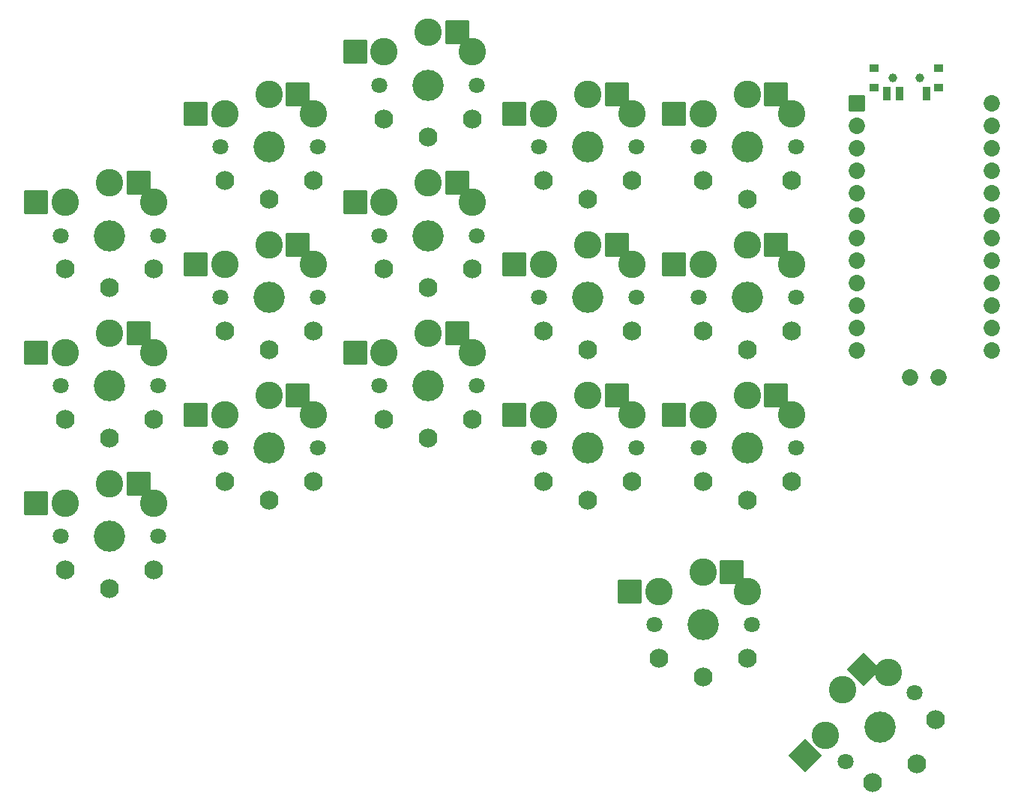
<source format=gbr>
%TF.GenerationSoftware,KiCad,Pcbnew,6.0.4*%
%TF.CreationDate,2022-04-03T20:08:53+02:00*%
%TF.ProjectId,lbd,6c62642e-6b69-4636-9164-5f7063625858,v1.0.0*%
%TF.SameCoordinates,Original*%
%TF.FileFunction,Soldermask,Top*%
%TF.FilePolarity,Negative*%
%FSLAX46Y46*%
G04 Gerber Fmt 4.6, Leading zero omitted, Abs format (unit mm)*
G04 Created by KiCad (PCBNEW 6.0.4) date 2022-04-03 20:08:53*
%MOMM*%
%LPD*%
G01*
G04 APERTURE LIST*
G04 Aperture macros list*
%AMRoundRect*
0 Rectangle with rounded corners*
0 $1 Rounding radius*
0 $2 $3 $4 $5 $6 $7 $8 $9 X,Y pos of 4 corners*
0 Add a 4 corners polygon primitive as box body*
4,1,4,$2,$3,$4,$5,$6,$7,$8,$9,$2,$3,0*
0 Add four circle primitives for the rounded corners*
1,1,$1+$1,$2,$3*
1,1,$1+$1,$4,$5*
1,1,$1+$1,$6,$7*
1,1,$1+$1,$8,$9*
0 Add four rect primitives between the rounded corners*
20,1,$1+$1,$2,$3,$4,$5,0*
20,1,$1+$1,$4,$5,$6,$7,0*
20,1,$1+$1,$6,$7,$8,$9,0*
20,1,$1+$1,$8,$9,$2,$3,0*%
G04 Aperture macros list end*
%ADD10C,1.852600*%
%ADD11C,3.529000*%
%ADD12C,1.801800*%
%ADD13C,2.132000*%
%ADD14C,3.100000*%
%ADD15RoundRect,0.050000X-1.300000X-1.300000X1.300000X-1.300000X1.300000X1.300000X-1.300000X1.300000X0*%
%ADD16RoundRect,0.050000X0.000000X-1.838478X1.838478X0.000000X0.000000X1.838478X-1.838478X0.000000X0*%
%ADD17RoundRect,0.050000X-0.500000X-0.400000X0.500000X-0.400000X0.500000X0.400000X-0.500000X0.400000X0*%
%ADD18C,1.000000*%
%ADD19RoundRect,0.050000X-0.350000X-0.750000X0.350000X-0.750000X0.350000X0.750000X-0.350000X0.750000X0*%
%ADD20RoundRect,0.050000X-0.876300X0.876300X-0.876300X-0.876300X0.876300X-0.876300X0.876300X0.876300X0*%
G04 APERTURE END LIST*
D10*
%TO.C,*%
X195470000Y-93850000D03*
X192230000Y-93850000D03*
%TD*%
D11*
%TO.C,S22*%
X155850000Y-84850000D03*
D12*
X150350000Y-84850000D03*
X161350000Y-84850000D03*
D13*
X160850000Y-88650000D03*
X150850000Y-88650000D03*
X155850000Y-90750000D03*
X155850000Y-90750000D03*
%TD*%
D12*
%TO.C,S30*%
X168350000Y-67850000D03*
X179350000Y-67850000D03*
D11*
X173850000Y-67850000D03*
D13*
X178850000Y-71650000D03*
X168850000Y-71650000D03*
X173850000Y-73750000D03*
X173850000Y-73750000D03*
%TD*%
D11*
%TO.C,S10*%
X119850000Y-84850000D03*
D12*
X125350000Y-84850000D03*
X114350000Y-84850000D03*
D13*
X114850000Y-88650000D03*
X124850000Y-88650000D03*
X119850000Y-90750000D03*
X119850000Y-90750000D03*
%TD*%
D11*
%TO.C,S6*%
X101850000Y-77850000D03*
D12*
X96350000Y-77850000D03*
X107350000Y-77850000D03*
D13*
X96850000Y-81650000D03*
X106850000Y-81650000D03*
X101850000Y-83750000D03*
X101850000Y-83750000D03*
%TD*%
D14*
%TO.C,S13*%
X137850000Y-88900000D03*
D12*
X143350000Y-94850000D03*
X132350000Y-94850000D03*
D14*
X137850000Y-88900000D03*
X132850000Y-91100000D03*
X142850000Y-91100000D03*
D11*
X137850000Y-94850000D03*
D15*
X141125000Y-88900000D03*
X129575000Y-91100000D03*
%TD*%
D12*
%TO.C,S31*%
X163350000Y-121850000D03*
D11*
X168850000Y-121850000D03*
D12*
X174350000Y-121850000D03*
D14*
X168850000Y-115900000D03*
X168850000Y-115900000D03*
X173850000Y-118100000D03*
X163850000Y-118100000D03*
D15*
X172125000Y-115900000D03*
X160575000Y-118100000D03*
%TD*%
D14*
%TO.C,S17*%
X132850000Y-57100000D03*
X137850000Y-54900000D03*
D11*
X137850000Y-60850000D03*
D14*
X142850000Y-57100000D03*
D12*
X132350000Y-60850000D03*
D14*
X137850000Y-54900000D03*
D12*
X143350000Y-60850000D03*
D15*
X141125000Y-54900000D03*
X129575000Y-57100000D03*
%TD*%
D11*
%TO.C,S33*%
X188874412Y-133437868D03*
D12*
X192763499Y-129548781D03*
D14*
X184667127Y-129230583D03*
D12*
X184985325Y-137326955D03*
D14*
X182687228Y-134321751D03*
X189758295Y-127250684D03*
X184667127Y-129230583D03*
D16*
X186982901Y-126914808D03*
X180371453Y-136637526D03*
%TD*%
D12*
%TO.C,S20*%
X161350000Y-101850000D03*
D11*
X155850000Y-101850000D03*
D12*
X150350000Y-101850000D03*
D13*
X150850000Y-105650000D03*
X160850000Y-105650000D03*
X155850000Y-107750000D03*
X155850000Y-107750000D03*
%TD*%
D12*
%TO.C,S3*%
X96350000Y-94850000D03*
D14*
X101850000Y-88900000D03*
X96850000Y-91100000D03*
D12*
X107350000Y-94850000D03*
D14*
X101850000Y-88900000D03*
D11*
X101850000Y-94850000D03*
D14*
X106850000Y-91100000D03*
D15*
X105125000Y-88900000D03*
X93575000Y-91100000D03*
%TD*%
D14*
%TO.C,S1*%
X101850000Y-105900000D03*
X106850000Y-108100000D03*
D12*
X96350000Y-111850000D03*
X107350000Y-111850000D03*
D11*
X101850000Y-111850000D03*
D14*
X96850000Y-108100000D03*
X101850000Y-105900000D03*
D15*
X105125000Y-105900000D03*
X93575000Y-108100000D03*
%TD*%
D14*
%TO.C,S21*%
X150850000Y-81100000D03*
X160850000Y-81100000D03*
X155850000Y-78900000D03*
D12*
X161350000Y-84850000D03*
D11*
X155850000Y-84850000D03*
D14*
X155850000Y-78900000D03*
D12*
X150350000Y-84850000D03*
D15*
X159125000Y-78900000D03*
X147575000Y-81100000D03*
%TD*%
D11*
%TO.C,S16*%
X137850000Y-77850000D03*
D12*
X132350000Y-77850000D03*
X143350000Y-77850000D03*
D13*
X142850000Y-81650000D03*
X132850000Y-81650000D03*
X137850000Y-83750000D03*
X137850000Y-83750000D03*
%TD*%
D11*
%TO.C,S18*%
X137850000Y-60850000D03*
D12*
X132350000Y-60850000D03*
X143350000Y-60850000D03*
D13*
X142850000Y-64650000D03*
X132850000Y-64650000D03*
X137850000Y-66750000D03*
X137850000Y-66750000D03*
%TD*%
D11*
%TO.C,S19*%
X155850000Y-101850000D03*
D12*
X161350000Y-101850000D03*
D14*
X160850000Y-98100000D03*
D12*
X150350000Y-101850000D03*
D14*
X155850000Y-95900000D03*
X150850000Y-98100000D03*
X155850000Y-95900000D03*
D15*
X159125000Y-95900000D03*
X147575000Y-98100000D03*
%TD*%
D14*
%TO.C,S29*%
X178850000Y-64100000D03*
X168850000Y-64100000D03*
D11*
X173850000Y-67850000D03*
D12*
X168350000Y-67850000D03*
D14*
X173850000Y-61900000D03*
X173850000Y-61900000D03*
D12*
X179350000Y-67850000D03*
D15*
X177125000Y-61900000D03*
X165575000Y-64100000D03*
%TD*%
D12*
%TO.C,S23*%
X150350000Y-67850000D03*
D11*
X155850000Y-67850000D03*
D14*
X155850000Y-61900000D03*
X150850000Y-64100000D03*
X155850000Y-61900000D03*
D12*
X161350000Y-67850000D03*
D14*
X160850000Y-64100000D03*
D15*
X159125000Y-61900000D03*
X147575000Y-64100000D03*
%TD*%
D12*
%TO.C,S34*%
X192763499Y-129548781D03*
X184985325Y-137326955D03*
D11*
X188874412Y-133437868D03*
D13*
X188025884Y-139660408D03*
X195096952Y-132589340D03*
X193046342Y-137609798D03*
X193046342Y-137609798D03*
%TD*%
D12*
%TO.C,S9*%
X114350000Y-84850000D03*
X125350000Y-84850000D03*
D14*
X114850000Y-81100000D03*
X119850000Y-78900000D03*
D11*
X119850000Y-84850000D03*
D14*
X119850000Y-78900000D03*
X124850000Y-81100000D03*
D15*
X123125000Y-78900000D03*
X111575000Y-81100000D03*
%TD*%
D12*
%TO.C,S11*%
X125350000Y-67850000D03*
D14*
X114850000Y-64100000D03*
X119850000Y-61900000D03*
D11*
X119850000Y-67850000D03*
D14*
X124850000Y-64100000D03*
D12*
X114350000Y-67850000D03*
D14*
X119850000Y-61900000D03*
D15*
X123125000Y-61900000D03*
X111575000Y-64100000D03*
%TD*%
D17*
%TO.C,*%
X188200000Y-61130000D03*
X195500000Y-61130000D03*
D18*
X190350000Y-60020000D03*
X193350000Y-60020000D03*
D17*
X188200000Y-58920000D03*
D18*
X193350000Y-60020000D03*
D17*
X195500000Y-58920000D03*
D18*
X190350000Y-60020000D03*
D19*
X194100000Y-61780000D03*
X191100000Y-61780000D03*
X189600000Y-61780000D03*
%TD*%
D11*
%TO.C,S4*%
X101850000Y-94850000D03*
D12*
X96350000Y-94850000D03*
X107350000Y-94850000D03*
D13*
X106850000Y-98650000D03*
X96850000Y-98650000D03*
X101850000Y-100750000D03*
X101850000Y-100750000D03*
%TD*%
D14*
%TO.C,S27*%
X173850000Y-78900000D03*
X173850000Y-78900000D03*
D12*
X168350000Y-84850000D03*
D14*
X168850000Y-81100000D03*
X178850000Y-81100000D03*
D11*
X173850000Y-84850000D03*
D12*
X179350000Y-84850000D03*
D15*
X177125000Y-78900000D03*
X165575000Y-81100000D03*
%TD*%
D12*
%TO.C,S12*%
X125350000Y-67850000D03*
D11*
X119850000Y-67850000D03*
D12*
X114350000Y-67850000D03*
D13*
X114850000Y-71650000D03*
X124850000Y-71650000D03*
X119850000Y-73750000D03*
X119850000Y-73750000D03*
%TD*%
D12*
%TO.C,S5*%
X96350000Y-77850000D03*
D11*
X101850000Y-77850000D03*
D14*
X101850000Y-71900000D03*
X96850000Y-74100000D03*
D12*
X107350000Y-77850000D03*
D14*
X106850000Y-74100000D03*
X101850000Y-71900000D03*
D15*
X105125000Y-71900000D03*
X93575000Y-74100000D03*
%TD*%
D12*
%TO.C,S2*%
X96350000Y-111850000D03*
D11*
X101850000Y-111850000D03*
D12*
X107350000Y-111850000D03*
D13*
X106850000Y-115650000D03*
X96850000Y-115650000D03*
X101850000Y-117750000D03*
X101850000Y-117750000D03*
%TD*%
D12*
%TO.C,S26*%
X179350000Y-101850000D03*
D11*
X173850000Y-101850000D03*
D12*
X168350000Y-101850000D03*
D13*
X168850000Y-105650000D03*
X178850000Y-105650000D03*
X173850000Y-107750000D03*
X173850000Y-107750000D03*
%TD*%
D12*
%TO.C,S14*%
X132350000Y-94850000D03*
D11*
X137850000Y-94850000D03*
D12*
X143350000Y-94850000D03*
D13*
X142850000Y-98650000D03*
X132850000Y-98650000D03*
X137850000Y-100750000D03*
X137850000Y-100750000D03*
%TD*%
D11*
%TO.C,S8*%
X119850000Y-101850000D03*
D12*
X125350000Y-101850000D03*
X114350000Y-101850000D03*
D13*
X114850000Y-105650000D03*
X124850000Y-105650000D03*
X119850000Y-107750000D03*
X119850000Y-107750000D03*
%TD*%
D20*
%TO.C,MCU1*%
X186230000Y-62880000D03*
D10*
X186230000Y-65420000D03*
X186230000Y-67960000D03*
X186230000Y-70500000D03*
X186230000Y-73040000D03*
X186230000Y-75580000D03*
X186230000Y-78120000D03*
X186230000Y-80660000D03*
X186230000Y-83200000D03*
X186230000Y-85740000D03*
X186230000Y-88280000D03*
X186230000Y-90820000D03*
X201470000Y-62880000D03*
X201470000Y-65420000D03*
X201470000Y-67960000D03*
X201470000Y-70500000D03*
X201470000Y-73040000D03*
X201470000Y-75580000D03*
X201470000Y-78120000D03*
X201470000Y-80660000D03*
X201470000Y-83200000D03*
X201470000Y-85740000D03*
X201470000Y-88280000D03*
X201470000Y-90820000D03*
%TD*%
D11*
%TO.C,S28*%
X173850000Y-84850000D03*
D12*
X179350000Y-84850000D03*
X168350000Y-84850000D03*
D13*
X178850000Y-88650000D03*
X168850000Y-88650000D03*
X173850000Y-90750000D03*
X173850000Y-90750000D03*
%TD*%
D12*
%TO.C,S32*%
X174350000Y-121850000D03*
X163350000Y-121850000D03*
D11*
X168850000Y-121850000D03*
D13*
X173850000Y-125650000D03*
X163850000Y-125650000D03*
X168850000Y-127750000D03*
X168850000Y-127750000D03*
%TD*%
D11*
%TO.C,S7*%
X119850000Y-101850000D03*
D14*
X114850000Y-98100000D03*
X119850000Y-95900000D03*
X119850000Y-95900000D03*
D12*
X125350000Y-101850000D03*
D14*
X124850000Y-98100000D03*
D12*
X114350000Y-101850000D03*
D15*
X123125000Y-95900000D03*
X111575000Y-98100000D03*
%TD*%
D14*
%TO.C,S25*%
X173850000Y-95900000D03*
X178850000Y-98100000D03*
D12*
X168350000Y-101850000D03*
D14*
X168850000Y-98100000D03*
D12*
X179350000Y-101850000D03*
D11*
X173850000Y-101850000D03*
D14*
X173850000Y-95900000D03*
D15*
X177125000Y-95900000D03*
X165575000Y-98100000D03*
%TD*%
D11*
%TO.C,S24*%
X155850000Y-67850000D03*
D12*
X150350000Y-67850000D03*
X161350000Y-67850000D03*
D13*
X150850000Y-71650000D03*
X160850000Y-71650000D03*
X155850000Y-73750000D03*
X155850000Y-73750000D03*
%TD*%
D14*
%TO.C,S15*%
X142850000Y-74100000D03*
D12*
X132350000Y-77850000D03*
D14*
X137850000Y-71900000D03*
D12*
X143350000Y-77850000D03*
D14*
X137850000Y-71900000D03*
D11*
X137850000Y-77850000D03*
D14*
X132850000Y-74100000D03*
D15*
X141125000Y-71900000D03*
X129575000Y-74100000D03*
%TD*%
M02*

</source>
